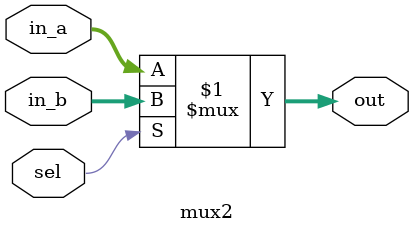
<source format=v>

/* 
    este se un comasfa
    asdfasdljhfa
    adjlfha
*/
module mux2
    #(parameter N = 8) (
        input [N-1:0] in_a, in_b,
        input sel,
        output [N-1:0] out
    );

assign out = sel ? in_b : in_a;
endmodule
</source>
